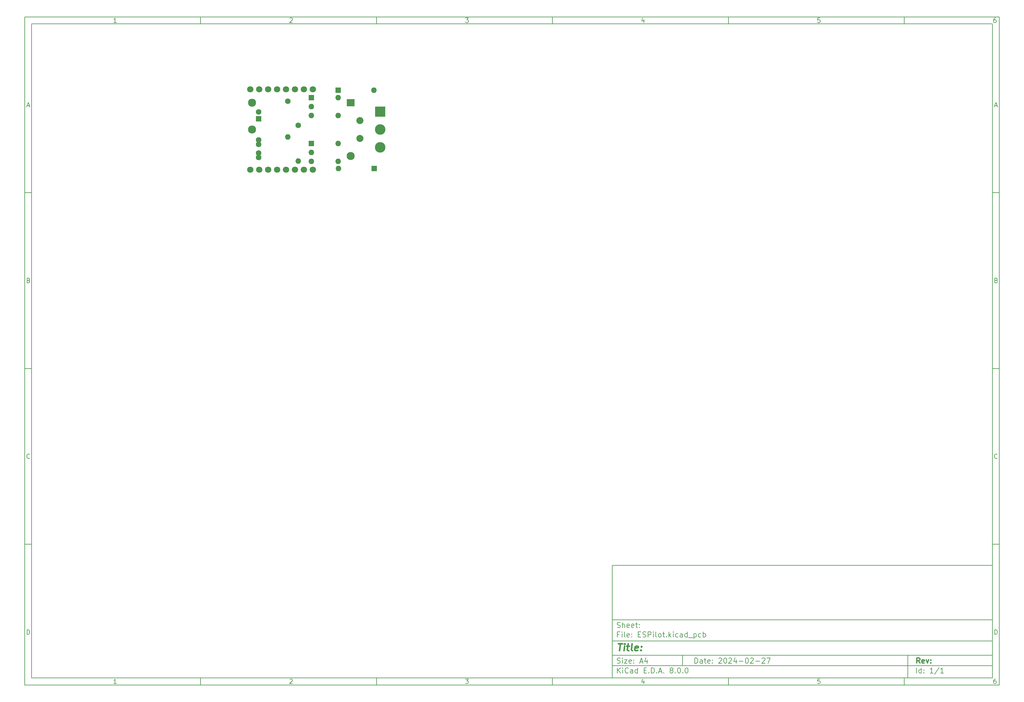
<source format=gbs>
G04 #@! TF.GenerationSoftware,KiCad,Pcbnew,8.0.0*
G04 #@! TF.CreationDate,2024-02-27T22:34:17+01:00*
G04 #@! TF.ProjectId,ESPilot,45535069-6c6f-4742-9e6b-696361645f70,rev?*
G04 #@! TF.SameCoordinates,PX6f32cc0PY1b2e020*
G04 #@! TF.FileFunction,Soldermask,Bot*
G04 #@! TF.FilePolarity,Negative*
%FSLAX46Y46*%
G04 Gerber Fmt 4.6, Leading zero omitted, Abs format (unit mm)*
G04 Created by KiCad (PCBNEW 8.0.0) date 2024-02-27 22:34:17*
%MOMM*%
%LPD*%
G01*
G04 APERTURE LIST*
%ADD10C,0.100000*%
%ADD11C,0.150000*%
%ADD12C,0.300000*%
%ADD13C,0.400000*%
%ADD14C,1.600000*%
%ADD15O,1.600000X1.600000*%
%ADD16R,1.600000X1.600000*%
%ADD17C,1.800000*%
%ADD18C,2.000000*%
%ADD19R,3.000000X3.000000*%
%ADD20C,3.000000*%
%ADD21R,2.300000X2.000000*%
%ADD22C,2.300000*%
G04 APERTURE END LIST*
D10*
D11*
X60402200Y-137507200D02*
X168402200Y-137507200D01*
X168402200Y-169507200D01*
X60402200Y-169507200D01*
X60402200Y-137507200D01*
D10*
D11*
X-106600000Y18500000D02*
X170402200Y18500000D01*
X170402200Y-171507200D01*
X-106600000Y-171507200D01*
X-106600000Y18500000D01*
D10*
D11*
X-104600000Y16500000D02*
X168402200Y16500000D01*
X168402200Y-169507200D01*
X-104600000Y-169507200D01*
X-104600000Y16500000D01*
D10*
D11*
X-56600000Y16500000D02*
X-56600000Y18500000D01*
D10*
D11*
X-6600000Y16500000D02*
X-6600000Y18500000D01*
D10*
D11*
X43400000Y16500000D02*
X43400000Y18500000D01*
D10*
D11*
X93400000Y16500000D02*
X93400000Y18500000D01*
D10*
D11*
X143400000Y16500000D02*
X143400000Y18500000D01*
D10*
D11*
X-80510840Y16906396D02*
X-81253697Y16906396D01*
X-80882269Y16906396D02*
X-80882269Y18206396D01*
X-80882269Y18206396D02*
X-81006078Y18020681D01*
X-81006078Y18020681D02*
X-81129888Y17896872D01*
X-81129888Y17896872D02*
X-81253697Y17834967D01*
D10*
D11*
X-31253697Y18082586D02*
X-31191793Y18144491D01*
X-31191793Y18144491D02*
X-31067983Y18206396D01*
X-31067983Y18206396D02*
X-30758459Y18206396D01*
X-30758459Y18206396D02*
X-30634650Y18144491D01*
X-30634650Y18144491D02*
X-30572745Y18082586D01*
X-30572745Y18082586D02*
X-30510840Y17958777D01*
X-30510840Y17958777D02*
X-30510840Y17834967D01*
X-30510840Y17834967D02*
X-30572745Y17649253D01*
X-30572745Y17649253D02*
X-31315602Y16906396D01*
X-31315602Y16906396D02*
X-30510840Y16906396D01*
D10*
D11*
X18684398Y18206396D02*
X19489160Y18206396D01*
X19489160Y18206396D02*
X19055826Y17711158D01*
X19055826Y17711158D02*
X19241541Y17711158D01*
X19241541Y17711158D02*
X19365350Y17649253D01*
X19365350Y17649253D02*
X19427255Y17587348D01*
X19427255Y17587348D02*
X19489160Y17463539D01*
X19489160Y17463539D02*
X19489160Y17154015D01*
X19489160Y17154015D02*
X19427255Y17030205D01*
X19427255Y17030205D02*
X19365350Y16968300D01*
X19365350Y16968300D02*
X19241541Y16906396D01*
X19241541Y16906396D02*
X18870112Y16906396D01*
X18870112Y16906396D02*
X18746303Y16968300D01*
X18746303Y16968300D02*
X18684398Y17030205D01*
D10*
D11*
X69365350Y17773062D02*
X69365350Y16906396D01*
X69055826Y18268300D02*
X68746303Y17339729D01*
X68746303Y17339729D02*
X69551064Y17339729D01*
D10*
D11*
X119427255Y18206396D02*
X118808207Y18206396D01*
X118808207Y18206396D02*
X118746303Y17587348D01*
X118746303Y17587348D02*
X118808207Y17649253D01*
X118808207Y17649253D02*
X118932017Y17711158D01*
X118932017Y17711158D02*
X119241541Y17711158D01*
X119241541Y17711158D02*
X119365350Y17649253D01*
X119365350Y17649253D02*
X119427255Y17587348D01*
X119427255Y17587348D02*
X119489160Y17463539D01*
X119489160Y17463539D02*
X119489160Y17154015D01*
X119489160Y17154015D02*
X119427255Y17030205D01*
X119427255Y17030205D02*
X119365350Y16968300D01*
X119365350Y16968300D02*
X119241541Y16906396D01*
X119241541Y16906396D02*
X118932017Y16906396D01*
X118932017Y16906396D02*
X118808207Y16968300D01*
X118808207Y16968300D02*
X118746303Y17030205D01*
D10*
D11*
X169365350Y18206396D02*
X169117731Y18206396D01*
X169117731Y18206396D02*
X168993922Y18144491D01*
X168993922Y18144491D02*
X168932017Y18082586D01*
X168932017Y18082586D02*
X168808207Y17896872D01*
X168808207Y17896872D02*
X168746303Y17649253D01*
X168746303Y17649253D02*
X168746303Y17154015D01*
X168746303Y17154015D02*
X168808207Y17030205D01*
X168808207Y17030205D02*
X168870112Y16968300D01*
X168870112Y16968300D02*
X168993922Y16906396D01*
X168993922Y16906396D02*
X169241541Y16906396D01*
X169241541Y16906396D02*
X169365350Y16968300D01*
X169365350Y16968300D02*
X169427255Y17030205D01*
X169427255Y17030205D02*
X169489160Y17154015D01*
X169489160Y17154015D02*
X169489160Y17463539D01*
X169489160Y17463539D02*
X169427255Y17587348D01*
X169427255Y17587348D02*
X169365350Y17649253D01*
X169365350Y17649253D02*
X169241541Y17711158D01*
X169241541Y17711158D02*
X168993922Y17711158D01*
X168993922Y17711158D02*
X168870112Y17649253D01*
X168870112Y17649253D02*
X168808207Y17587348D01*
X168808207Y17587348D02*
X168746303Y17463539D01*
D10*
D11*
X-56600000Y-169507200D02*
X-56600000Y-171507200D01*
D10*
D11*
X-6600000Y-169507200D02*
X-6600000Y-171507200D01*
D10*
D11*
X43400000Y-169507200D02*
X43400000Y-171507200D01*
D10*
D11*
X93400000Y-169507200D02*
X93400000Y-171507200D01*
D10*
D11*
X143400000Y-169507200D02*
X143400000Y-171507200D01*
D10*
D11*
X-80510840Y-171100804D02*
X-81253697Y-171100804D01*
X-80882269Y-171100804D02*
X-80882269Y-169800804D01*
X-80882269Y-169800804D02*
X-81006078Y-169986519D01*
X-81006078Y-169986519D02*
X-81129888Y-170110328D01*
X-81129888Y-170110328D02*
X-81253697Y-170172233D01*
D10*
D11*
X-31253697Y-169924614D02*
X-31191793Y-169862709D01*
X-31191793Y-169862709D02*
X-31067983Y-169800804D01*
X-31067983Y-169800804D02*
X-30758459Y-169800804D01*
X-30758459Y-169800804D02*
X-30634650Y-169862709D01*
X-30634650Y-169862709D02*
X-30572745Y-169924614D01*
X-30572745Y-169924614D02*
X-30510840Y-170048423D01*
X-30510840Y-170048423D02*
X-30510840Y-170172233D01*
X-30510840Y-170172233D02*
X-30572745Y-170357947D01*
X-30572745Y-170357947D02*
X-31315602Y-171100804D01*
X-31315602Y-171100804D02*
X-30510840Y-171100804D01*
D10*
D11*
X18684398Y-169800804D02*
X19489160Y-169800804D01*
X19489160Y-169800804D02*
X19055826Y-170296042D01*
X19055826Y-170296042D02*
X19241541Y-170296042D01*
X19241541Y-170296042D02*
X19365350Y-170357947D01*
X19365350Y-170357947D02*
X19427255Y-170419852D01*
X19427255Y-170419852D02*
X19489160Y-170543661D01*
X19489160Y-170543661D02*
X19489160Y-170853185D01*
X19489160Y-170853185D02*
X19427255Y-170976995D01*
X19427255Y-170976995D02*
X19365350Y-171038900D01*
X19365350Y-171038900D02*
X19241541Y-171100804D01*
X19241541Y-171100804D02*
X18870112Y-171100804D01*
X18870112Y-171100804D02*
X18746303Y-171038900D01*
X18746303Y-171038900D02*
X18684398Y-170976995D01*
D10*
D11*
X69365350Y-170234138D02*
X69365350Y-171100804D01*
X69055826Y-169738900D02*
X68746303Y-170667471D01*
X68746303Y-170667471D02*
X69551064Y-170667471D01*
D10*
D11*
X119427255Y-169800804D02*
X118808207Y-169800804D01*
X118808207Y-169800804D02*
X118746303Y-170419852D01*
X118746303Y-170419852D02*
X118808207Y-170357947D01*
X118808207Y-170357947D02*
X118932017Y-170296042D01*
X118932017Y-170296042D02*
X119241541Y-170296042D01*
X119241541Y-170296042D02*
X119365350Y-170357947D01*
X119365350Y-170357947D02*
X119427255Y-170419852D01*
X119427255Y-170419852D02*
X119489160Y-170543661D01*
X119489160Y-170543661D02*
X119489160Y-170853185D01*
X119489160Y-170853185D02*
X119427255Y-170976995D01*
X119427255Y-170976995D02*
X119365350Y-171038900D01*
X119365350Y-171038900D02*
X119241541Y-171100804D01*
X119241541Y-171100804D02*
X118932017Y-171100804D01*
X118932017Y-171100804D02*
X118808207Y-171038900D01*
X118808207Y-171038900D02*
X118746303Y-170976995D01*
D10*
D11*
X169365350Y-169800804D02*
X169117731Y-169800804D01*
X169117731Y-169800804D02*
X168993922Y-169862709D01*
X168993922Y-169862709D02*
X168932017Y-169924614D01*
X168932017Y-169924614D02*
X168808207Y-170110328D01*
X168808207Y-170110328D02*
X168746303Y-170357947D01*
X168746303Y-170357947D02*
X168746303Y-170853185D01*
X168746303Y-170853185D02*
X168808207Y-170976995D01*
X168808207Y-170976995D02*
X168870112Y-171038900D01*
X168870112Y-171038900D02*
X168993922Y-171100804D01*
X168993922Y-171100804D02*
X169241541Y-171100804D01*
X169241541Y-171100804D02*
X169365350Y-171038900D01*
X169365350Y-171038900D02*
X169427255Y-170976995D01*
X169427255Y-170976995D02*
X169489160Y-170853185D01*
X169489160Y-170853185D02*
X169489160Y-170543661D01*
X169489160Y-170543661D02*
X169427255Y-170419852D01*
X169427255Y-170419852D02*
X169365350Y-170357947D01*
X169365350Y-170357947D02*
X169241541Y-170296042D01*
X169241541Y-170296042D02*
X168993922Y-170296042D01*
X168993922Y-170296042D02*
X168870112Y-170357947D01*
X168870112Y-170357947D02*
X168808207Y-170419852D01*
X168808207Y-170419852D02*
X168746303Y-170543661D01*
D10*
D11*
X-106600000Y-31500000D02*
X-104600000Y-31500000D01*
D10*
D11*
X-106600000Y-81500000D02*
X-104600000Y-81500000D01*
D10*
D11*
X-106600000Y-131500000D02*
X-104600000Y-131500000D01*
D10*
D11*
X-105909524Y-6722176D02*
X-105290477Y-6722176D01*
X-106033334Y-7093604D02*
X-105600001Y-5793604D01*
X-105600001Y-5793604D02*
X-105166667Y-7093604D01*
D10*
D11*
X-105507143Y-56412652D02*
X-105321429Y-56474557D01*
X-105321429Y-56474557D02*
X-105259524Y-56536461D01*
X-105259524Y-56536461D02*
X-105197620Y-56660271D01*
X-105197620Y-56660271D02*
X-105197620Y-56845985D01*
X-105197620Y-56845985D02*
X-105259524Y-56969795D01*
X-105259524Y-56969795D02*
X-105321429Y-57031700D01*
X-105321429Y-57031700D02*
X-105445239Y-57093604D01*
X-105445239Y-57093604D02*
X-105940477Y-57093604D01*
X-105940477Y-57093604D02*
X-105940477Y-55793604D01*
X-105940477Y-55793604D02*
X-105507143Y-55793604D01*
X-105507143Y-55793604D02*
X-105383334Y-55855509D01*
X-105383334Y-55855509D02*
X-105321429Y-55917414D01*
X-105321429Y-55917414D02*
X-105259524Y-56041223D01*
X-105259524Y-56041223D02*
X-105259524Y-56165033D01*
X-105259524Y-56165033D02*
X-105321429Y-56288842D01*
X-105321429Y-56288842D02*
X-105383334Y-56350747D01*
X-105383334Y-56350747D02*
X-105507143Y-56412652D01*
X-105507143Y-56412652D02*
X-105940477Y-56412652D01*
D10*
D11*
X-105197620Y-106969795D02*
X-105259524Y-107031700D01*
X-105259524Y-107031700D02*
X-105445239Y-107093604D01*
X-105445239Y-107093604D02*
X-105569048Y-107093604D01*
X-105569048Y-107093604D02*
X-105754762Y-107031700D01*
X-105754762Y-107031700D02*
X-105878572Y-106907890D01*
X-105878572Y-106907890D02*
X-105940477Y-106784080D01*
X-105940477Y-106784080D02*
X-106002381Y-106536461D01*
X-106002381Y-106536461D02*
X-106002381Y-106350747D01*
X-106002381Y-106350747D02*
X-105940477Y-106103128D01*
X-105940477Y-106103128D02*
X-105878572Y-105979319D01*
X-105878572Y-105979319D02*
X-105754762Y-105855509D01*
X-105754762Y-105855509D02*
X-105569048Y-105793604D01*
X-105569048Y-105793604D02*
X-105445239Y-105793604D01*
X-105445239Y-105793604D02*
X-105259524Y-105855509D01*
X-105259524Y-105855509D02*
X-105197620Y-105917414D01*
D10*
D11*
X-105940477Y-157093604D02*
X-105940477Y-155793604D01*
X-105940477Y-155793604D02*
X-105630953Y-155793604D01*
X-105630953Y-155793604D02*
X-105445239Y-155855509D01*
X-105445239Y-155855509D02*
X-105321429Y-155979319D01*
X-105321429Y-155979319D02*
X-105259524Y-156103128D01*
X-105259524Y-156103128D02*
X-105197620Y-156350747D01*
X-105197620Y-156350747D02*
X-105197620Y-156536461D01*
X-105197620Y-156536461D02*
X-105259524Y-156784080D01*
X-105259524Y-156784080D02*
X-105321429Y-156907890D01*
X-105321429Y-156907890D02*
X-105445239Y-157031700D01*
X-105445239Y-157031700D02*
X-105630953Y-157093604D01*
X-105630953Y-157093604D02*
X-105940477Y-157093604D01*
D10*
D11*
X170402200Y-31500000D02*
X168402200Y-31500000D01*
D10*
D11*
X170402200Y-81500000D02*
X168402200Y-81500000D01*
D10*
D11*
X170402200Y-131500000D02*
X168402200Y-131500000D01*
D10*
D11*
X169092676Y-6722176D02*
X169711723Y-6722176D01*
X168968866Y-7093604D02*
X169402199Y-5793604D01*
X169402199Y-5793604D02*
X169835533Y-7093604D01*
D10*
D11*
X169495057Y-56412652D02*
X169680771Y-56474557D01*
X169680771Y-56474557D02*
X169742676Y-56536461D01*
X169742676Y-56536461D02*
X169804580Y-56660271D01*
X169804580Y-56660271D02*
X169804580Y-56845985D01*
X169804580Y-56845985D02*
X169742676Y-56969795D01*
X169742676Y-56969795D02*
X169680771Y-57031700D01*
X169680771Y-57031700D02*
X169556961Y-57093604D01*
X169556961Y-57093604D02*
X169061723Y-57093604D01*
X169061723Y-57093604D02*
X169061723Y-55793604D01*
X169061723Y-55793604D02*
X169495057Y-55793604D01*
X169495057Y-55793604D02*
X169618866Y-55855509D01*
X169618866Y-55855509D02*
X169680771Y-55917414D01*
X169680771Y-55917414D02*
X169742676Y-56041223D01*
X169742676Y-56041223D02*
X169742676Y-56165033D01*
X169742676Y-56165033D02*
X169680771Y-56288842D01*
X169680771Y-56288842D02*
X169618866Y-56350747D01*
X169618866Y-56350747D02*
X169495057Y-56412652D01*
X169495057Y-56412652D02*
X169061723Y-56412652D01*
D10*
D11*
X169804580Y-106969795D02*
X169742676Y-107031700D01*
X169742676Y-107031700D02*
X169556961Y-107093604D01*
X169556961Y-107093604D02*
X169433152Y-107093604D01*
X169433152Y-107093604D02*
X169247438Y-107031700D01*
X169247438Y-107031700D02*
X169123628Y-106907890D01*
X169123628Y-106907890D02*
X169061723Y-106784080D01*
X169061723Y-106784080D02*
X168999819Y-106536461D01*
X168999819Y-106536461D02*
X168999819Y-106350747D01*
X168999819Y-106350747D02*
X169061723Y-106103128D01*
X169061723Y-106103128D02*
X169123628Y-105979319D01*
X169123628Y-105979319D02*
X169247438Y-105855509D01*
X169247438Y-105855509D02*
X169433152Y-105793604D01*
X169433152Y-105793604D02*
X169556961Y-105793604D01*
X169556961Y-105793604D02*
X169742676Y-105855509D01*
X169742676Y-105855509D02*
X169804580Y-105917414D01*
D10*
D11*
X169061723Y-157093604D02*
X169061723Y-155793604D01*
X169061723Y-155793604D02*
X169371247Y-155793604D01*
X169371247Y-155793604D02*
X169556961Y-155855509D01*
X169556961Y-155855509D02*
X169680771Y-155979319D01*
X169680771Y-155979319D02*
X169742676Y-156103128D01*
X169742676Y-156103128D02*
X169804580Y-156350747D01*
X169804580Y-156350747D02*
X169804580Y-156536461D01*
X169804580Y-156536461D02*
X169742676Y-156784080D01*
X169742676Y-156784080D02*
X169680771Y-156907890D01*
X169680771Y-156907890D02*
X169556961Y-157031700D01*
X169556961Y-157031700D02*
X169371247Y-157093604D01*
X169371247Y-157093604D02*
X169061723Y-157093604D01*
D10*
D11*
X83858026Y-165293328D02*
X83858026Y-163793328D01*
X83858026Y-163793328D02*
X84215169Y-163793328D01*
X84215169Y-163793328D02*
X84429455Y-163864757D01*
X84429455Y-163864757D02*
X84572312Y-164007614D01*
X84572312Y-164007614D02*
X84643741Y-164150471D01*
X84643741Y-164150471D02*
X84715169Y-164436185D01*
X84715169Y-164436185D02*
X84715169Y-164650471D01*
X84715169Y-164650471D02*
X84643741Y-164936185D01*
X84643741Y-164936185D02*
X84572312Y-165079042D01*
X84572312Y-165079042D02*
X84429455Y-165221900D01*
X84429455Y-165221900D02*
X84215169Y-165293328D01*
X84215169Y-165293328D02*
X83858026Y-165293328D01*
X86000884Y-165293328D02*
X86000884Y-164507614D01*
X86000884Y-164507614D02*
X85929455Y-164364757D01*
X85929455Y-164364757D02*
X85786598Y-164293328D01*
X85786598Y-164293328D02*
X85500884Y-164293328D01*
X85500884Y-164293328D02*
X85358026Y-164364757D01*
X86000884Y-165221900D02*
X85858026Y-165293328D01*
X85858026Y-165293328D02*
X85500884Y-165293328D01*
X85500884Y-165293328D02*
X85358026Y-165221900D01*
X85358026Y-165221900D02*
X85286598Y-165079042D01*
X85286598Y-165079042D02*
X85286598Y-164936185D01*
X85286598Y-164936185D02*
X85358026Y-164793328D01*
X85358026Y-164793328D02*
X85500884Y-164721900D01*
X85500884Y-164721900D02*
X85858026Y-164721900D01*
X85858026Y-164721900D02*
X86000884Y-164650471D01*
X86500884Y-164293328D02*
X87072312Y-164293328D01*
X86715169Y-163793328D02*
X86715169Y-165079042D01*
X86715169Y-165079042D02*
X86786598Y-165221900D01*
X86786598Y-165221900D02*
X86929455Y-165293328D01*
X86929455Y-165293328D02*
X87072312Y-165293328D01*
X88143741Y-165221900D02*
X88000884Y-165293328D01*
X88000884Y-165293328D02*
X87715170Y-165293328D01*
X87715170Y-165293328D02*
X87572312Y-165221900D01*
X87572312Y-165221900D02*
X87500884Y-165079042D01*
X87500884Y-165079042D02*
X87500884Y-164507614D01*
X87500884Y-164507614D02*
X87572312Y-164364757D01*
X87572312Y-164364757D02*
X87715170Y-164293328D01*
X87715170Y-164293328D02*
X88000884Y-164293328D01*
X88000884Y-164293328D02*
X88143741Y-164364757D01*
X88143741Y-164364757D02*
X88215170Y-164507614D01*
X88215170Y-164507614D02*
X88215170Y-164650471D01*
X88215170Y-164650471D02*
X87500884Y-164793328D01*
X88858026Y-165150471D02*
X88929455Y-165221900D01*
X88929455Y-165221900D02*
X88858026Y-165293328D01*
X88858026Y-165293328D02*
X88786598Y-165221900D01*
X88786598Y-165221900D02*
X88858026Y-165150471D01*
X88858026Y-165150471D02*
X88858026Y-165293328D01*
X88858026Y-164364757D02*
X88929455Y-164436185D01*
X88929455Y-164436185D02*
X88858026Y-164507614D01*
X88858026Y-164507614D02*
X88786598Y-164436185D01*
X88786598Y-164436185D02*
X88858026Y-164364757D01*
X88858026Y-164364757D02*
X88858026Y-164507614D01*
X90643741Y-163936185D02*
X90715169Y-163864757D01*
X90715169Y-163864757D02*
X90858027Y-163793328D01*
X90858027Y-163793328D02*
X91215169Y-163793328D01*
X91215169Y-163793328D02*
X91358027Y-163864757D01*
X91358027Y-163864757D02*
X91429455Y-163936185D01*
X91429455Y-163936185D02*
X91500884Y-164079042D01*
X91500884Y-164079042D02*
X91500884Y-164221900D01*
X91500884Y-164221900D02*
X91429455Y-164436185D01*
X91429455Y-164436185D02*
X90572312Y-165293328D01*
X90572312Y-165293328D02*
X91500884Y-165293328D01*
X92429455Y-163793328D02*
X92572312Y-163793328D01*
X92572312Y-163793328D02*
X92715169Y-163864757D01*
X92715169Y-163864757D02*
X92786598Y-163936185D01*
X92786598Y-163936185D02*
X92858026Y-164079042D01*
X92858026Y-164079042D02*
X92929455Y-164364757D01*
X92929455Y-164364757D02*
X92929455Y-164721900D01*
X92929455Y-164721900D02*
X92858026Y-165007614D01*
X92858026Y-165007614D02*
X92786598Y-165150471D01*
X92786598Y-165150471D02*
X92715169Y-165221900D01*
X92715169Y-165221900D02*
X92572312Y-165293328D01*
X92572312Y-165293328D02*
X92429455Y-165293328D01*
X92429455Y-165293328D02*
X92286598Y-165221900D01*
X92286598Y-165221900D02*
X92215169Y-165150471D01*
X92215169Y-165150471D02*
X92143740Y-165007614D01*
X92143740Y-165007614D02*
X92072312Y-164721900D01*
X92072312Y-164721900D02*
X92072312Y-164364757D01*
X92072312Y-164364757D02*
X92143740Y-164079042D01*
X92143740Y-164079042D02*
X92215169Y-163936185D01*
X92215169Y-163936185D02*
X92286598Y-163864757D01*
X92286598Y-163864757D02*
X92429455Y-163793328D01*
X93500883Y-163936185D02*
X93572311Y-163864757D01*
X93572311Y-163864757D02*
X93715169Y-163793328D01*
X93715169Y-163793328D02*
X94072311Y-163793328D01*
X94072311Y-163793328D02*
X94215169Y-163864757D01*
X94215169Y-163864757D02*
X94286597Y-163936185D01*
X94286597Y-163936185D02*
X94358026Y-164079042D01*
X94358026Y-164079042D02*
X94358026Y-164221900D01*
X94358026Y-164221900D02*
X94286597Y-164436185D01*
X94286597Y-164436185D02*
X93429454Y-165293328D01*
X93429454Y-165293328D02*
X94358026Y-165293328D01*
X95643740Y-164293328D02*
X95643740Y-165293328D01*
X95286597Y-163721900D02*
X94929454Y-164793328D01*
X94929454Y-164793328D02*
X95858025Y-164793328D01*
X96429453Y-164721900D02*
X97572311Y-164721900D01*
X98572311Y-163793328D02*
X98715168Y-163793328D01*
X98715168Y-163793328D02*
X98858025Y-163864757D01*
X98858025Y-163864757D02*
X98929454Y-163936185D01*
X98929454Y-163936185D02*
X99000882Y-164079042D01*
X99000882Y-164079042D02*
X99072311Y-164364757D01*
X99072311Y-164364757D02*
X99072311Y-164721900D01*
X99072311Y-164721900D02*
X99000882Y-165007614D01*
X99000882Y-165007614D02*
X98929454Y-165150471D01*
X98929454Y-165150471D02*
X98858025Y-165221900D01*
X98858025Y-165221900D02*
X98715168Y-165293328D01*
X98715168Y-165293328D02*
X98572311Y-165293328D01*
X98572311Y-165293328D02*
X98429454Y-165221900D01*
X98429454Y-165221900D02*
X98358025Y-165150471D01*
X98358025Y-165150471D02*
X98286596Y-165007614D01*
X98286596Y-165007614D02*
X98215168Y-164721900D01*
X98215168Y-164721900D02*
X98215168Y-164364757D01*
X98215168Y-164364757D02*
X98286596Y-164079042D01*
X98286596Y-164079042D02*
X98358025Y-163936185D01*
X98358025Y-163936185D02*
X98429454Y-163864757D01*
X98429454Y-163864757D02*
X98572311Y-163793328D01*
X99643739Y-163936185D02*
X99715167Y-163864757D01*
X99715167Y-163864757D02*
X99858025Y-163793328D01*
X99858025Y-163793328D02*
X100215167Y-163793328D01*
X100215167Y-163793328D02*
X100358025Y-163864757D01*
X100358025Y-163864757D02*
X100429453Y-163936185D01*
X100429453Y-163936185D02*
X100500882Y-164079042D01*
X100500882Y-164079042D02*
X100500882Y-164221900D01*
X100500882Y-164221900D02*
X100429453Y-164436185D01*
X100429453Y-164436185D02*
X99572310Y-165293328D01*
X99572310Y-165293328D02*
X100500882Y-165293328D01*
X101143738Y-164721900D02*
X102286596Y-164721900D01*
X102929453Y-163936185D02*
X103000881Y-163864757D01*
X103000881Y-163864757D02*
X103143739Y-163793328D01*
X103143739Y-163793328D02*
X103500881Y-163793328D01*
X103500881Y-163793328D02*
X103643739Y-163864757D01*
X103643739Y-163864757D02*
X103715167Y-163936185D01*
X103715167Y-163936185D02*
X103786596Y-164079042D01*
X103786596Y-164079042D02*
X103786596Y-164221900D01*
X103786596Y-164221900D02*
X103715167Y-164436185D01*
X103715167Y-164436185D02*
X102858024Y-165293328D01*
X102858024Y-165293328D02*
X103786596Y-165293328D01*
X104286595Y-163793328D02*
X105286595Y-163793328D01*
X105286595Y-163793328D02*
X104643738Y-165293328D01*
D10*
D11*
X60402200Y-166007200D02*
X168402200Y-166007200D01*
D10*
D11*
X61858026Y-168093328D02*
X61858026Y-166593328D01*
X62715169Y-168093328D02*
X62072312Y-167236185D01*
X62715169Y-166593328D02*
X61858026Y-167450471D01*
X63358026Y-168093328D02*
X63358026Y-167093328D01*
X63358026Y-166593328D02*
X63286598Y-166664757D01*
X63286598Y-166664757D02*
X63358026Y-166736185D01*
X63358026Y-166736185D02*
X63429455Y-166664757D01*
X63429455Y-166664757D02*
X63358026Y-166593328D01*
X63358026Y-166593328D02*
X63358026Y-166736185D01*
X64929455Y-167950471D02*
X64858027Y-168021900D01*
X64858027Y-168021900D02*
X64643741Y-168093328D01*
X64643741Y-168093328D02*
X64500884Y-168093328D01*
X64500884Y-168093328D02*
X64286598Y-168021900D01*
X64286598Y-168021900D02*
X64143741Y-167879042D01*
X64143741Y-167879042D02*
X64072312Y-167736185D01*
X64072312Y-167736185D02*
X64000884Y-167450471D01*
X64000884Y-167450471D02*
X64000884Y-167236185D01*
X64000884Y-167236185D02*
X64072312Y-166950471D01*
X64072312Y-166950471D02*
X64143741Y-166807614D01*
X64143741Y-166807614D02*
X64286598Y-166664757D01*
X64286598Y-166664757D02*
X64500884Y-166593328D01*
X64500884Y-166593328D02*
X64643741Y-166593328D01*
X64643741Y-166593328D02*
X64858027Y-166664757D01*
X64858027Y-166664757D02*
X64929455Y-166736185D01*
X66215170Y-168093328D02*
X66215170Y-167307614D01*
X66215170Y-167307614D02*
X66143741Y-167164757D01*
X66143741Y-167164757D02*
X66000884Y-167093328D01*
X66000884Y-167093328D02*
X65715170Y-167093328D01*
X65715170Y-167093328D02*
X65572312Y-167164757D01*
X66215170Y-168021900D02*
X66072312Y-168093328D01*
X66072312Y-168093328D02*
X65715170Y-168093328D01*
X65715170Y-168093328D02*
X65572312Y-168021900D01*
X65572312Y-168021900D02*
X65500884Y-167879042D01*
X65500884Y-167879042D02*
X65500884Y-167736185D01*
X65500884Y-167736185D02*
X65572312Y-167593328D01*
X65572312Y-167593328D02*
X65715170Y-167521900D01*
X65715170Y-167521900D02*
X66072312Y-167521900D01*
X66072312Y-167521900D02*
X66215170Y-167450471D01*
X67572313Y-168093328D02*
X67572313Y-166593328D01*
X67572313Y-168021900D02*
X67429455Y-168093328D01*
X67429455Y-168093328D02*
X67143741Y-168093328D01*
X67143741Y-168093328D02*
X67000884Y-168021900D01*
X67000884Y-168021900D02*
X66929455Y-167950471D01*
X66929455Y-167950471D02*
X66858027Y-167807614D01*
X66858027Y-167807614D02*
X66858027Y-167379042D01*
X66858027Y-167379042D02*
X66929455Y-167236185D01*
X66929455Y-167236185D02*
X67000884Y-167164757D01*
X67000884Y-167164757D02*
X67143741Y-167093328D01*
X67143741Y-167093328D02*
X67429455Y-167093328D01*
X67429455Y-167093328D02*
X67572313Y-167164757D01*
X69429455Y-167307614D02*
X69929455Y-167307614D01*
X70143741Y-168093328D02*
X69429455Y-168093328D01*
X69429455Y-168093328D02*
X69429455Y-166593328D01*
X69429455Y-166593328D02*
X70143741Y-166593328D01*
X70786598Y-167950471D02*
X70858027Y-168021900D01*
X70858027Y-168021900D02*
X70786598Y-168093328D01*
X70786598Y-168093328D02*
X70715170Y-168021900D01*
X70715170Y-168021900D02*
X70786598Y-167950471D01*
X70786598Y-167950471D02*
X70786598Y-168093328D01*
X71500884Y-168093328D02*
X71500884Y-166593328D01*
X71500884Y-166593328D02*
X71858027Y-166593328D01*
X71858027Y-166593328D02*
X72072313Y-166664757D01*
X72072313Y-166664757D02*
X72215170Y-166807614D01*
X72215170Y-166807614D02*
X72286599Y-166950471D01*
X72286599Y-166950471D02*
X72358027Y-167236185D01*
X72358027Y-167236185D02*
X72358027Y-167450471D01*
X72358027Y-167450471D02*
X72286599Y-167736185D01*
X72286599Y-167736185D02*
X72215170Y-167879042D01*
X72215170Y-167879042D02*
X72072313Y-168021900D01*
X72072313Y-168021900D02*
X71858027Y-168093328D01*
X71858027Y-168093328D02*
X71500884Y-168093328D01*
X73000884Y-167950471D02*
X73072313Y-168021900D01*
X73072313Y-168021900D02*
X73000884Y-168093328D01*
X73000884Y-168093328D02*
X72929456Y-168021900D01*
X72929456Y-168021900D02*
X73000884Y-167950471D01*
X73000884Y-167950471D02*
X73000884Y-168093328D01*
X73643742Y-167664757D02*
X74358028Y-167664757D01*
X73500885Y-168093328D02*
X74000885Y-166593328D01*
X74000885Y-166593328D02*
X74500885Y-168093328D01*
X75000884Y-167950471D02*
X75072313Y-168021900D01*
X75072313Y-168021900D02*
X75000884Y-168093328D01*
X75000884Y-168093328D02*
X74929456Y-168021900D01*
X74929456Y-168021900D02*
X75000884Y-167950471D01*
X75000884Y-167950471D02*
X75000884Y-168093328D01*
X77072313Y-167236185D02*
X76929456Y-167164757D01*
X76929456Y-167164757D02*
X76858027Y-167093328D01*
X76858027Y-167093328D02*
X76786599Y-166950471D01*
X76786599Y-166950471D02*
X76786599Y-166879042D01*
X76786599Y-166879042D02*
X76858027Y-166736185D01*
X76858027Y-166736185D02*
X76929456Y-166664757D01*
X76929456Y-166664757D02*
X77072313Y-166593328D01*
X77072313Y-166593328D02*
X77358027Y-166593328D01*
X77358027Y-166593328D02*
X77500885Y-166664757D01*
X77500885Y-166664757D02*
X77572313Y-166736185D01*
X77572313Y-166736185D02*
X77643742Y-166879042D01*
X77643742Y-166879042D02*
X77643742Y-166950471D01*
X77643742Y-166950471D02*
X77572313Y-167093328D01*
X77572313Y-167093328D02*
X77500885Y-167164757D01*
X77500885Y-167164757D02*
X77358027Y-167236185D01*
X77358027Y-167236185D02*
X77072313Y-167236185D01*
X77072313Y-167236185D02*
X76929456Y-167307614D01*
X76929456Y-167307614D02*
X76858027Y-167379042D01*
X76858027Y-167379042D02*
X76786599Y-167521900D01*
X76786599Y-167521900D02*
X76786599Y-167807614D01*
X76786599Y-167807614D02*
X76858027Y-167950471D01*
X76858027Y-167950471D02*
X76929456Y-168021900D01*
X76929456Y-168021900D02*
X77072313Y-168093328D01*
X77072313Y-168093328D02*
X77358027Y-168093328D01*
X77358027Y-168093328D02*
X77500885Y-168021900D01*
X77500885Y-168021900D02*
X77572313Y-167950471D01*
X77572313Y-167950471D02*
X77643742Y-167807614D01*
X77643742Y-167807614D02*
X77643742Y-167521900D01*
X77643742Y-167521900D02*
X77572313Y-167379042D01*
X77572313Y-167379042D02*
X77500885Y-167307614D01*
X77500885Y-167307614D02*
X77358027Y-167236185D01*
X78286598Y-167950471D02*
X78358027Y-168021900D01*
X78358027Y-168021900D02*
X78286598Y-168093328D01*
X78286598Y-168093328D02*
X78215170Y-168021900D01*
X78215170Y-168021900D02*
X78286598Y-167950471D01*
X78286598Y-167950471D02*
X78286598Y-168093328D01*
X79286599Y-166593328D02*
X79429456Y-166593328D01*
X79429456Y-166593328D02*
X79572313Y-166664757D01*
X79572313Y-166664757D02*
X79643742Y-166736185D01*
X79643742Y-166736185D02*
X79715170Y-166879042D01*
X79715170Y-166879042D02*
X79786599Y-167164757D01*
X79786599Y-167164757D02*
X79786599Y-167521900D01*
X79786599Y-167521900D02*
X79715170Y-167807614D01*
X79715170Y-167807614D02*
X79643742Y-167950471D01*
X79643742Y-167950471D02*
X79572313Y-168021900D01*
X79572313Y-168021900D02*
X79429456Y-168093328D01*
X79429456Y-168093328D02*
X79286599Y-168093328D01*
X79286599Y-168093328D02*
X79143742Y-168021900D01*
X79143742Y-168021900D02*
X79072313Y-167950471D01*
X79072313Y-167950471D02*
X79000884Y-167807614D01*
X79000884Y-167807614D02*
X78929456Y-167521900D01*
X78929456Y-167521900D02*
X78929456Y-167164757D01*
X78929456Y-167164757D02*
X79000884Y-166879042D01*
X79000884Y-166879042D02*
X79072313Y-166736185D01*
X79072313Y-166736185D02*
X79143742Y-166664757D01*
X79143742Y-166664757D02*
X79286599Y-166593328D01*
X80429455Y-167950471D02*
X80500884Y-168021900D01*
X80500884Y-168021900D02*
X80429455Y-168093328D01*
X80429455Y-168093328D02*
X80358027Y-168021900D01*
X80358027Y-168021900D02*
X80429455Y-167950471D01*
X80429455Y-167950471D02*
X80429455Y-168093328D01*
X81429456Y-166593328D02*
X81572313Y-166593328D01*
X81572313Y-166593328D02*
X81715170Y-166664757D01*
X81715170Y-166664757D02*
X81786599Y-166736185D01*
X81786599Y-166736185D02*
X81858027Y-166879042D01*
X81858027Y-166879042D02*
X81929456Y-167164757D01*
X81929456Y-167164757D02*
X81929456Y-167521900D01*
X81929456Y-167521900D02*
X81858027Y-167807614D01*
X81858027Y-167807614D02*
X81786599Y-167950471D01*
X81786599Y-167950471D02*
X81715170Y-168021900D01*
X81715170Y-168021900D02*
X81572313Y-168093328D01*
X81572313Y-168093328D02*
X81429456Y-168093328D01*
X81429456Y-168093328D02*
X81286599Y-168021900D01*
X81286599Y-168021900D02*
X81215170Y-167950471D01*
X81215170Y-167950471D02*
X81143741Y-167807614D01*
X81143741Y-167807614D02*
X81072313Y-167521900D01*
X81072313Y-167521900D02*
X81072313Y-167164757D01*
X81072313Y-167164757D02*
X81143741Y-166879042D01*
X81143741Y-166879042D02*
X81215170Y-166736185D01*
X81215170Y-166736185D02*
X81286599Y-166664757D01*
X81286599Y-166664757D02*
X81429456Y-166593328D01*
D10*
D11*
X60402200Y-163007200D02*
X168402200Y-163007200D01*
D10*
D12*
X147813853Y-165285528D02*
X147313853Y-164571242D01*
X146956710Y-165285528D02*
X146956710Y-163785528D01*
X146956710Y-163785528D02*
X147528139Y-163785528D01*
X147528139Y-163785528D02*
X147670996Y-163856957D01*
X147670996Y-163856957D02*
X147742425Y-163928385D01*
X147742425Y-163928385D02*
X147813853Y-164071242D01*
X147813853Y-164071242D02*
X147813853Y-164285528D01*
X147813853Y-164285528D02*
X147742425Y-164428385D01*
X147742425Y-164428385D02*
X147670996Y-164499814D01*
X147670996Y-164499814D02*
X147528139Y-164571242D01*
X147528139Y-164571242D02*
X146956710Y-164571242D01*
X149028139Y-165214100D02*
X148885282Y-165285528D01*
X148885282Y-165285528D02*
X148599568Y-165285528D01*
X148599568Y-165285528D02*
X148456710Y-165214100D01*
X148456710Y-165214100D02*
X148385282Y-165071242D01*
X148385282Y-165071242D02*
X148385282Y-164499814D01*
X148385282Y-164499814D02*
X148456710Y-164356957D01*
X148456710Y-164356957D02*
X148599568Y-164285528D01*
X148599568Y-164285528D02*
X148885282Y-164285528D01*
X148885282Y-164285528D02*
X149028139Y-164356957D01*
X149028139Y-164356957D02*
X149099568Y-164499814D01*
X149099568Y-164499814D02*
X149099568Y-164642671D01*
X149099568Y-164642671D02*
X148385282Y-164785528D01*
X149599567Y-164285528D02*
X149956710Y-165285528D01*
X149956710Y-165285528D02*
X150313853Y-164285528D01*
X150885281Y-165142671D02*
X150956710Y-165214100D01*
X150956710Y-165214100D02*
X150885281Y-165285528D01*
X150885281Y-165285528D02*
X150813853Y-165214100D01*
X150813853Y-165214100D02*
X150885281Y-165142671D01*
X150885281Y-165142671D02*
X150885281Y-165285528D01*
X150885281Y-164356957D02*
X150956710Y-164428385D01*
X150956710Y-164428385D02*
X150885281Y-164499814D01*
X150885281Y-164499814D02*
X150813853Y-164428385D01*
X150813853Y-164428385D02*
X150885281Y-164356957D01*
X150885281Y-164356957D02*
X150885281Y-164499814D01*
D10*
D11*
X61786598Y-165221900D02*
X62000884Y-165293328D01*
X62000884Y-165293328D02*
X62358026Y-165293328D01*
X62358026Y-165293328D02*
X62500884Y-165221900D01*
X62500884Y-165221900D02*
X62572312Y-165150471D01*
X62572312Y-165150471D02*
X62643741Y-165007614D01*
X62643741Y-165007614D02*
X62643741Y-164864757D01*
X62643741Y-164864757D02*
X62572312Y-164721900D01*
X62572312Y-164721900D02*
X62500884Y-164650471D01*
X62500884Y-164650471D02*
X62358026Y-164579042D01*
X62358026Y-164579042D02*
X62072312Y-164507614D01*
X62072312Y-164507614D02*
X61929455Y-164436185D01*
X61929455Y-164436185D02*
X61858026Y-164364757D01*
X61858026Y-164364757D02*
X61786598Y-164221900D01*
X61786598Y-164221900D02*
X61786598Y-164079042D01*
X61786598Y-164079042D02*
X61858026Y-163936185D01*
X61858026Y-163936185D02*
X61929455Y-163864757D01*
X61929455Y-163864757D02*
X62072312Y-163793328D01*
X62072312Y-163793328D02*
X62429455Y-163793328D01*
X62429455Y-163793328D02*
X62643741Y-163864757D01*
X63286597Y-165293328D02*
X63286597Y-164293328D01*
X63286597Y-163793328D02*
X63215169Y-163864757D01*
X63215169Y-163864757D02*
X63286597Y-163936185D01*
X63286597Y-163936185D02*
X63358026Y-163864757D01*
X63358026Y-163864757D02*
X63286597Y-163793328D01*
X63286597Y-163793328D02*
X63286597Y-163936185D01*
X63858026Y-164293328D02*
X64643741Y-164293328D01*
X64643741Y-164293328D02*
X63858026Y-165293328D01*
X63858026Y-165293328D02*
X64643741Y-165293328D01*
X65786598Y-165221900D02*
X65643741Y-165293328D01*
X65643741Y-165293328D02*
X65358027Y-165293328D01*
X65358027Y-165293328D02*
X65215169Y-165221900D01*
X65215169Y-165221900D02*
X65143741Y-165079042D01*
X65143741Y-165079042D02*
X65143741Y-164507614D01*
X65143741Y-164507614D02*
X65215169Y-164364757D01*
X65215169Y-164364757D02*
X65358027Y-164293328D01*
X65358027Y-164293328D02*
X65643741Y-164293328D01*
X65643741Y-164293328D02*
X65786598Y-164364757D01*
X65786598Y-164364757D02*
X65858027Y-164507614D01*
X65858027Y-164507614D02*
X65858027Y-164650471D01*
X65858027Y-164650471D02*
X65143741Y-164793328D01*
X66500883Y-165150471D02*
X66572312Y-165221900D01*
X66572312Y-165221900D02*
X66500883Y-165293328D01*
X66500883Y-165293328D02*
X66429455Y-165221900D01*
X66429455Y-165221900D02*
X66500883Y-165150471D01*
X66500883Y-165150471D02*
X66500883Y-165293328D01*
X66500883Y-164364757D02*
X66572312Y-164436185D01*
X66572312Y-164436185D02*
X66500883Y-164507614D01*
X66500883Y-164507614D02*
X66429455Y-164436185D01*
X66429455Y-164436185D02*
X66500883Y-164364757D01*
X66500883Y-164364757D02*
X66500883Y-164507614D01*
X68286598Y-164864757D02*
X69000884Y-164864757D01*
X68143741Y-165293328D02*
X68643741Y-163793328D01*
X68643741Y-163793328D02*
X69143741Y-165293328D01*
X70286598Y-164293328D02*
X70286598Y-165293328D01*
X69929455Y-163721900D02*
X69572312Y-164793328D01*
X69572312Y-164793328D02*
X70500883Y-164793328D01*
D10*
D11*
X146858026Y-168093328D02*
X146858026Y-166593328D01*
X148215170Y-168093328D02*
X148215170Y-166593328D01*
X148215170Y-168021900D02*
X148072312Y-168093328D01*
X148072312Y-168093328D02*
X147786598Y-168093328D01*
X147786598Y-168093328D02*
X147643741Y-168021900D01*
X147643741Y-168021900D02*
X147572312Y-167950471D01*
X147572312Y-167950471D02*
X147500884Y-167807614D01*
X147500884Y-167807614D02*
X147500884Y-167379042D01*
X147500884Y-167379042D02*
X147572312Y-167236185D01*
X147572312Y-167236185D02*
X147643741Y-167164757D01*
X147643741Y-167164757D02*
X147786598Y-167093328D01*
X147786598Y-167093328D02*
X148072312Y-167093328D01*
X148072312Y-167093328D02*
X148215170Y-167164757D01*
X148929455Y-167950471D02*
X149000884Y-168021900D01*
X149000884Y-168021900D02*
X148929455Y-168093328D01*
X148929455Y-168093328D02*
X148858027Y-168021900D01*
X148858027Y-168021900D02*
X148929455Y-167950471D01*
X148929455Y-167950471D02*
X148929455Y-168093328D01*
X148929455Y-167164757D02*
X149000884Y-167236185D01*
X149000884Y-167236185D02*
X148929455Y-167307614D01*
X148929455Y-167307614D02*
X148858027Y-167236185D01*
X148858027Y-167236185D02*
X148929455Y-167164757D01*
X148929455Y-167164757D02*
X148929455Y-167307614D01*
X151572313Y-168093328D02*
X150715170Y-168093328D01*
X151143741Y-168093328D02*
X151143741Y-166593328D01*
X151143741Y-166593328D02*
X151000884Y-166807614D01*
X151000884Y-166807614D02*
X150858027Y-166950471D01*
X150858027Y-166950471D02*
X150715170Y-167021900D01*
X153286598Y-166521900D02*
X152000884Y-168450471D01*
X154572313Y-168093328D02*
X153715170Y-168093328D01*
X154143741Y-168093328D02*
X154143741Y-166593328D01*
X154143741Y-166593328D02*
X154000884Y-166807614D01*
X154000884Y-166807614D02*
X153858027Y-166950471D01*
X153858027Y-166950471D02*
X153715170Y-167021900D01*
D10*
D11*
X60402200Y-159007200D02*
X168402200Y-159007200D01*
D10*
D13*
X62093928Y-159711638D02*
X63236785Y-159711638D01*
X62415357Y-161711638D02*
X62665357Y-159711638D01*
X63653452Y-161711638D02*
X63820119Y-160378304D01*
X63903452Y-159711638D02*
X63796309Y-159806876D01*
X63796309Y-159806876D02*
X63879643Y-159902114D01*
X63879643Y-159902114D02*
X63986786Y-159806876D01*
X63986786Y-159806876D02*
X63903452Y-159711638D01*
X63903452Y-159711638D02*
X63879643Y-159902114D01*
X64486786Y-160378304D02*
X65248690Y-160378304D01*
X64855833Y-159711638D02*
X64641548Y-161425923D01*
X64641548Y-161425923D02*
X64712976Y-161616400D01*
X64712976Y-161616400D02*
X64891548Y-161711638D01*
X64891548Y-161711638D02*
X65082024Y-161711638D01*
X66034405Y-161711638D02*
X65855833Y-161616400D01*
X65855833Y-161616400D02*
X65784405Y-161425923D01*
X65784405Y-161425923D02*
X65998690Y-159711638D01*
X67570119Y-161616400D02*
X67367738Y-161711638D01*
X67367738Y-161711638D02*
X66986785Y-161711638D01*
X66986785Y-161711638D02*
X66808214Y-161616400D01*
X66808214Y-161616400D02*
X66736785Y-161425923D01*
X66736785Y-161425923D02*
X66832024Y-160664019D01*
X66832024Y-160664019D02*
X66951071Y-160473542D01*
X66951071Y-160473542D02*
X67153452Y-160378304D01*
X67153452Y-160378304D02*
X67534404Y-160378304D01*
X67534404Y-160378304D02*
X67712976Y-160473542D01*
X67712976Y-160473542D02*
X67784404Y-160664019D01*
X67784404Y-160664019D02*
X67760595Y-160854495D01*
X67760595Y-160854495D02*
X66784404Y-161044971D01*
X68534405Y-161521161D02*
X68617738Y-161616400D01*
X68617738Y-161616400D02*
X68510595Y-161711638D01*
X68510595Y-161711638D02*
X68427262Y-161616400D01*
X68427262Y-161616400D02*
X68534405Y-161521161D01*
X68534405Y-161521161D02*
X68510595Y-161711638D01*
X68665357Y-160473542D02*
X68748690Y-160568780D01*
X68748690Y-160568780D02*
X68641548Y-160664019D01*
X68641548Y-160664019D02*
X68558214Y-160568780D01*
X68558214Y-160568780D02*
X68665357Y-160473542D01*
X68665357Y-160473542D02*
X68641548Y-160664019D01*
D10*
D11*
X62358026Y-157107614D02*
X61858026Y-157107614D01*
X61858026Y-157893328D02*
X61858026Y-156393328D01*
X61858026Y-156393328D02*
X62572312Y-156393328D01*
X63143740Y-157893328D02*
X63143740Y-156893328D01*
X63143740Y-156393328D02*
X63072312Y-156464757D01*
X63072312Y-156464757D02*
X63143740Y-156536185D01*
X63143740Y-156536185D02*
X63215169Y-156464757D01*
X63215169Y-156464757D02*
X63143740Y-156393328D01*
X63143740Y-156393328D02*
X63143740Y-156536185D01*
X64072312Y-157893328D02*
X63929455Y-157821900D01*
X63929455Y-157821900D02*
X63858026Y-157679042D01*
X63858026Y-157679042D02*
X63858026Y-156393328D01*
X65215169Y-157821900D02*
X65072312Y-157893328D01*
X65072312Y-157893328D02*
X64786598Y-157893328D01*
X64786598Y-157893328D02*
X64643740Y-157821900D01*
X64643740Y-157821900D02*
X64572312Y-157679042D01*
X64572312Y-157679042D02*
X64572312Y-157107614D01*
X64572312Y-157107614D02*
X64643740Y-156964757D01*
X64643740Y-156964757D02*
X64786598Y-156893328D01*
X64786598Y-156893328D02*
X65072312Y-156893328D01*
X65072312Y-156893328D02*
X65215169Y-156964757D01*
X65215169Y-156964757D02*
X65286598Y-157107614D01*
X65286598Y-157107614D02*
X65286598Y-157250471D01*
X65286598Y-157250471D02*
X64572312Y-157393328D01*
X65929454Y-157750471D02*
X66000883Y-157821900D01*
X66000883Y-157821900D02*
X65929454Y-157893328D01*
X65929454Y-157893328D02*
X65858026Y-157821900D01*
X65858026Y-157821900D02*
X65929454Y-157750471D01*
X65929454Y-157750471D02*
X65929454Y-157893328D01*
X65929454Y-156964757D02*
X66000883Y-157036185D01*
X66000883Y-157036185D02*
X65929454Y-157107614D01*
X65929454Y-157107614D02*
X65858026Y-157036185D01*
X65858026Y-157036185D02*
X65929454Y-156964757D01*
X65929454Y-156964757D02*
X65929454Y-157107614D01*
X67786597Y-157107614D02*
X68286597Y-157107614D01*
X68500883Y-157893328D02*
X67786597Y-157893328D01*
X67786597Y-157893328D02*
X67786597Y-156393328D01*
X67786597Y-156393328D02*
X68500883Y-156393328D01*
X69072312Y-157821900D02*
X69286598Y-157893328D01*
X69286598Y-157893328D02*
X69643740Y-157893328D01*
X69643740Y-157893328D02*
X69786598Y-157821900D01*
X69786598Y-157821900D02*
X69858026Y-157750471D01*
X69858026Y-157750471D02*
X69929455Y-157607614D01*
X69929455Y-157607614D02*
X69929455Y-157464757D01*
X69929455Y-157464757D02*
X69858026Y-157321900D01*
X69858026Y-157321900D02*
X69786598Y-157250471D01*
X69786598Y-157250471D02*
X69643740Y-157179042D01*
X69643740Y-157179042D02*
X69358026Y-157107614D01*
X69358026Y-157107614D02*
X69215169Y-157036185D01*
X69215169Y-157036185D02*
X69143740Y-156964757D01*
X69143740Y-156964757D02*
X69072312Y-156821900D01*
X69072312Y-156821900D02*
X69072312Y-156679042D01*
X69072312Y-156679042D02*
X69143740Y-156536185D01*
X69143740Y-156536185D02*
X69215169Y-156464757D01*
X69215169Y-156464757D02*
X69358026Y-156393328D01*
X69358026Y-156393328D02*
X69715169Y-156393328D01*
X69715169Y-156393328D02*
X69929455Y-156464757D01*
X70572311Y-157893328D02*
X70572311Y-156393328D01*
X70572311Y-156393328D02*
X71143740Y-156393328D01*
X71143740Y-156393328D02*
X71286597Y-156464757D01*
X71286597Y-156464757D02*
X71358026Y-156536185D01*
X71358026Y-156536185D02*
X71429454Y-156679042D01*
X71429454Y-156679042D02*
X71429454Y-156893328D01*
X71429454Y-156893328D02*
X71358026Y-157036185D01*
X71358026Y-157036185D02*
X71286597Y-157107614D01*
X71286597Y-157107614D02*
X71143740Y-157179042D01*
X71143740Y-157179042D02*
X70572311Y-157179042D01*
X72072311Y-157893328D02*
X72072311Y-156893328D01*
X72072311Y-156393328D02*
X72000883Y-156464757D01*
X72000883Y-156464757D02*
X72072311Y-156536185D01*
X72072311Y-156536185D02*
X72143740Y-156464757D01*
X72143740Y-156464757D02*
X72072311Y-156393328D01*
X72072311Y-156393328D02*
X72072311Y-156536185D01*
X73000883Y-157893328D02*
X72858026Y-157821900D01*
X72858026Y-157821900D02*
X72786597Y-157679042D01*
X72786597Y-157679042D02*
X72786597Y-156393328D01*
X73786597Y-157893328D02*
X73643740Y-157821900D01*
X73643740Y-157821900D02*
X73572311Y-157750471D01*
X73572311Y-157750471D02*
X73500883Y-157607614D01*
X73500883Y-157607614D02*
X73500883Y-157179042D01*
X73500883Y-157179042D02*
X73572311Y-157036185D01*
X73572311Y-157036185D02*
X73643740Y-156964757D01*
X73643740Y-156964757D02*
X73786597Y-156893328D01*
X73786597Y-156893328D02*
X74000883Y-156893328D01*
X74000883Y-156893328D02*
X74143740Y-156964757D01*
X74143740Y-156964757D02*
X74215169Y-157036185D01*
X74215169Y-157036185D02*
X74286597Y-157179042D01*
X74286597Y-157179042D02*
X74286597Y-157607614D01*
X74286597Y-157607614D02*
X74215169Y-157750471D01*
X74215169Y-157750471D02*
X74143740Y-157821900D01*
X74143740Y-157821900D02*
X74000883Y-157893328D01*
X74000883Y-157893328D02*
X73786597Y-157893328D01*
X74715169Y-156893328D02*
X75286597Y-156893328D01*
X74929454Y-156393328D02*
X74929454Y-157679042D01*
X74929454Y-157679042D02*
X75000883Y-157821900D01*
X75000883Y-157821900D02*
X75143740Y-157893328D01*
X75143740Y-157893328D02*
X75286597Y-157893328D01*
X75786597Y-157750471D02*
X75858026Y-157821900D01*
X75858026Y-157821900D02*
X75786597Y-157893328D01*
X75786597Y-157893328D02*
X75715169Y-157821900D01*
X75715169Y-157821900D02*
X75786597Y-157750471D01*
X75786597Y-157750471D02*
X75786597Y-157893328D01*
X76500883Y-157893328D02*
X76500883Y-156393328D01*
X76643741Y-157321900D02*
X77072312Y-157893328D01*
X77072312Y-156893328D02*
X76500883Y-157464757D01*
X77715169Y-157893328D02*
X77715169Y-156893328D01*
X77715169Y-156393328D02*
X77643741Y-156464757D01*
X77643741Y-156464757D02*
X77715169Y-156536185D01*
X77715169Y-156536185D02*
X77786598Y-156464757D01*
X77786598Y-156464757D02*
X77715169Y-156393328D01*
X77715169Y-156393328D02*
X77715169Y-156536185D01*
X79072313Y-157821900D02*
X78929455Y-157893328D01*
X78929455Y-157893328D02*
X78643741Y-157893328D01*
X78643741Y-157893328D02*
X78500884Y-157821900D01*
X78500884Y-157821900D02*
X78429455Y-157750471D01*
X78429455Y-157750471D02*
X78358027Y-157607614D01*
X78358027Y-157607614D02*
X78358027Y-157179042D01*
X78358027Y-157179042D02*
X78429455Y-157036185D01*
X78429455Y-157036185D02*
X78500884Y-156964757D01*
X78500884Y-156964757D02*
X78643741Y-156893328D01*
X78643741Y-156893328D02*
X78929455Y-156893328D01*
X78929455Y-156893328D02*
X79072313Y-156964757D01*
X80358027Y-157893328D02*
X80358027Y-157107614D01*
X80358027Y-157107614D02*
X80286598Y-156964757D01*
X80286598Y-156964757D02*
X80143741Y-156893328D01*
X80143741Y-156893328D02*
X79858027Y-156893328D01*
X79858027Y-156893328D02*
X79715169Y-156964757D01*
X80358027Y-157821900D02*
X80215169Y-157893328D01*
X80215169Y-157893328D02*
X79858027Y-157893328D01*
X79858027Y-157893328D02*
X79715169Y-157821900D01*
X79715169Y-157821900D02*
X79643741Y-157679042D01*
X79643741Y-157679042D02*
X79643741Y-157536185D01*
X79643741Y-157536185D02*
X79715169Y-157393328D01*
X79715169Y-157393328D02*
X79858027Y-157321900D01*
X79858027Y-157321900D02*
X80215169Y-157321900D01*
X80215169Y-157321900D02*
X80358027Y-157250471D01*
X81715170Y-157893328D02*
X81715170Y-156393328D01*
X81715170Y-157821900D02*
X81572312Y-157893328D01*
X81572312Y-157893328D02*
X81286598Y-157893328D01*
X81286598Y-157893328D02*
X81143741Y-157821900D01*
X81143741Y-157821900D02*
X81072312Y-157750471D01*
X81072312Y-157750471D02*
X81000884Y-157607614D01*
X81000884Y-157607614D02*
X81000884Y-157179042D01*
X81000884Y-157179042D02*
X81072312Y-157036185D01*
X81072312Y-157036185D02*
X81143741Y-156964757D01*
X81143741Y-156964757D02*
X81286598Y-156893328D01*
X81286598Y-156893328D02*
X81572312Y-156893328D01*
X81572312Y-156893328D02*
X81715170Y-156964757D01*
X82072313Y-158036185D02*
X83215170Y-158036185D01*
X83572312Y-156893328D02*
X83572312Y-158393328D01*
X83572312Y-156964757D02*
X83715170Y-156893328D01*
X83715170Y-156893328D02*
X84000884Y-156893328D01*
X84000884Y-156893328D02*
X84143741Y-156964757D01*
X84143741Y-156964757D02*
X84215170Y-157036185D01*
X84215170Y-157036185D02*
X84286598Y-157179042D01*
X84286598Y-157179042D02*
X84286598Y-157607614D01*
X84286598Y-157607614D02*
X84215170Y-157750471D01*
X84215170Y-157750471D02*
X84143741Y-157821900D01*
X84143741Y-157821900D02*
X84000884Y-157893328D01*
X84000884Y-157893328D02*
X83715170Y-157893328D01*
X83715170Y-157893328D02*
X83572312Y-157821900D01*
X85572313Y-157821900D02*
X85429455Y-157893328D01*
X85429455Y-157893328D02*
X85143741Y-157893328D01*
X85143741Y-157893328D02*
X85000884Y-157821900D01*
X85000884Y-157821900D02*
X84929455Y-157750471D01*
X84929455Y-157750471D02*
X84858027Y-157607614D01*
X84858027Y-157607614D02*
X84858027Y-157179042D01*
X84858027Y-157179042D02*
X84929455Y-157036185D01*
X84929455Y-157036185D02*
X85000884Y-156964757D01*
X85000884Y-156964757D02*
X85143741Y-156893328D01*
X85143741Y-156893328D02*
X85429455Y-156893328D01*
X85429455Y-156893328D02*
X85572313Y-156964757D01*
X86215169Y-157893328D02*
X86215169Y-156393328D01*
X86215169Y-156964757D02*
X86358027Y-156893328D01*
X86358027Y-156893328D02*
X86643741Y-156893328D01*
X86643741Y-156893328D02*
X86786598Y-156964757D01*
X86786598Y-156964757D02*
X86858027Y-157036185D01*
X86858027Y-157036185D02*
X86929455Y-157179042D01*
X86929455Y-157179042D02*
X86929455Y-157607614D01*
X86929455Y-157607614D02*
X86858027Y-157750471D01*
X86858027Y-157750471D02*
X86786598Y-157821900D01*
X86786598Y-157821900D02*
X86643741Y-157893328D01*
X86643741Y-157893328D02*
X86358027Y-157893328D01*
X86358027Y-157893328D02*
X86215169Y-157821900D01*
D10*
D11*
X60402200Y-153007200D02*
X168402200Y-153007200D01*
D10*
D11*
X61786598Y-155121900D02*
X62000884Y-155193328D01*
X62000884Y-155193328D02*
X62358026Y-155193328D01*
X62358026Y-155193328D02*
X62500884Y-155121900D01*
X62500884Y-155121900D02*
X62572312Y-155050471D01*
X62572312Y-155050471D02*
X62643741Y-154907614D01*
X62643741Y-154907614D02*
X62643741Y-154764757D01*
X62643741Y-154764757D02*
X62572312Y-154621900D01*
X62572312Y-154621900D02*
X62500884Y-154550471D01*
X62500884Y-154550471D02*
X62358026Y-154479042D01*
X62358026Y-154479042D02*
X62072312Y-154407614D01*
X62072312Y-154407614D02*
X61929455Y-154336185D01*
X61929455Y-154336185D02*
X61858026Y-154264757D01*
X61858026Y-154264757D02*
X61786598Y-154121900D01*
X61786598Y-154121900D02*
X61786598Y-153979042D01*
X61786598Y-153979042D02*
X61858026Y-153836185D01*
X61858026Y-153836185D02*
X61929455Y-153764757D01*
X61929455Y-153764757D02*
X62072312Y-153693328D01*
X62072312Y-153693328D02*
X62429455Y-153693328D01*
X62429455Y-153693328D02*
X62643741Y-153764757D01*
X63286597Y-155193328D02*
X63286597Y-153693328D01*
X63929455Y-155193328D02*
X63929455Y-154407614D01*
X63929455Y-154407614D02*
X63858026Y-154264757D01*
X63858026Y-154264757D02*
X63715169Y-154193328D01*
X63715169Y-154193328D02*
X63500883Y-154193328D01*
X63500883Y-154193328D02*
X63358026Y-154264757D01*
X63358026Y-154264757D02*
X63286597Y-154336185D01*
X65215169Y-155121900D02*
X65072312Y-155193328D01*
X65072312Y-155193328D02*
X64786598Y-155193328D01*
X64786598Y-155193328D02*
X64643740Y-155121900D01*
X64643740Y-155121900D02*
X64572312Y-154979042D01*
X64572312Y-154979042D02*
X64572312Y-154407614D01*
X64572312Y-154407614D02*
X64643740Y-154264757D01*
X64643740Y-154264757D02*
X64786598Y-154193328D01*
X64786598Y-154193328D02*
X65072312Y-154193328D01*
X65072312Y-154193328D02*
X65215169Y-154264757D01*
X65215169Y-154264757D02*
X65286598Y-154407614D01*
X65286598Y-154407614D02*
X65286598Y-154550471D01*
X65286598Y-154550471D02*
X64572312Y-154693328D01*
X66500883Y-155121900D02*
X66358026Y-155193328D01*
X66358026Y-155193328D02*
X66072312Y-155193328D01*
X66072312Y-155193328D02*
X65929454Y-155121900D01*
X65929454Y-155121900D02*
X65858026Y-154979042D01*
X65858026Y-154979042D02*
X65858026Y-154407614D01*
X65858026Y-154407614D02*
X65929454Y-154264757D01*
X65929454Y-154264757D02*
X66072312Y-154193328D01*
X66072312Y-154193328D02*
X66358026Y-154193328D01*
X66358026Y-154193328D02*
X66500883Y-154264757D01*
X66500883Y-154264757D02*
X66572312Y-154407614D01*
X66572312Y-154407614D02*
X66572312Y-154550471D01*
X66572312Y-154550471D02*
X65858026Y-154693328D01*
X67000883Y-154193328D02*
X67572311Y-154193328D01*
X67215168Y-153693328D02*
X67215168Y-154979042D01*
X67215168Y-154979042D02*
X67286597Y-155121900D01*
X67286597Y-155121900D02*
X67429454Y-155193328D01*
X67429454Y-155193328D02*
X67572311Y-155193328D01*
X68072311Y-155050471D02*
X68143740Y-155121900D01*
X68143740Y-155121900D02*
X68072311Y-155193328D01*
X68072311Y-155193328D02*
X68000883Y-155121900D01*
X68000883Y-155121900D02*
X68072311Y-155050471D01*
X68072311Y-155050471D02*
X68072311Y-155193328D01*
X68072311Y-154264757D02*
X68143740Y-154336185D01*
X68143740Y-154336185D02*
X68072311Y-154407614D01*
X68072311Y-154407614D02*
X68000883Y-154336185D01*
X68000883Y-154336185D02*
X68072311Y-154264757D01*
X68072311Y-154264757D02*
X68072311Y-154407614D01*
D10*
D12*
D10*
D11*
D10*
D11*
D10*
D11*
D10*
D11*
D10*
D11*
X80402200Y-163007200D02*
X80402200Y-166007200D01*
D10*
D11*
X144402200Y-163007200D02*
X144402200Y-169507200D01*
D14*
X-31850000Y-5475000D03*
D15*
X-31850000Y-15635000D03*
D16*
X-25100000Y-17500000D03*
D15*
X-25100000Y-20040000D03*
X-25100000Y-22580000D03*
X-17480000Y-22580000D03*
X-17480000Y-17500000D03*
D16*
X-25100000Y-4500000D03*
D15*
X-25100000Y-7040000D03*
X-25100000Y-9580000D03*
X-17480000Y-9580000D03*
X-17480000Y-4500000D03*
D16*
X-17500000Y-2352000D03*
D15*
X-7340000Y-2352000D03*
D17*
X-24710000Y-2070000D03*
X-27250000Y-2070000D03*
X-29790000Y-2070000D03*
X-32330000Y-2070000D03*
X-34870000Y-2070000D03*
X-37410000Y-2070000D03*
X-39950000Y-2070000D03*
X-42490000Y-2070000D03*
X-42490000Y-24930000D03*
X-39950000Y-24930000D03*
X-37410000Y-24930000D03*
X-34870000Y-24930000D03*
X-32330000Y-24930000D03*
X-29790000Y-24930000D03*
X-27250000Y-24930000D03*
X-24710000Y-24930000D03*
D14*
X-40100000Y-16500000D03*
X-40100000Y-17750000D03*
X-40100000Y-20250000D03*
X-40100000Y-21500000D03*
D18*
X-11350000Y-16075000D03*
X-11340000Y-10995000D03*
D16*
X-7300000Y-24650000D03*
D15*
X-17460000Y-24650000D03*
D16*
X-40100000Y-10500000D03*
D14*
X-40100000Y-8500000D03*
X-28825000Y-12375000D03*
D15*
X-28825000Y-22535000D03*
D19*
X-5600000Y-8450000D03*
D20*
X-5600000Y-13530000D03*
X-5600000Y-18610000D03*
D21*
X-13975000Y-5900000D03*
D22*
X-13975000Y-21100000D03*
X-41975000Y-5900000D03*
X-41975000Y-13500000D03*
M02*

</source>
